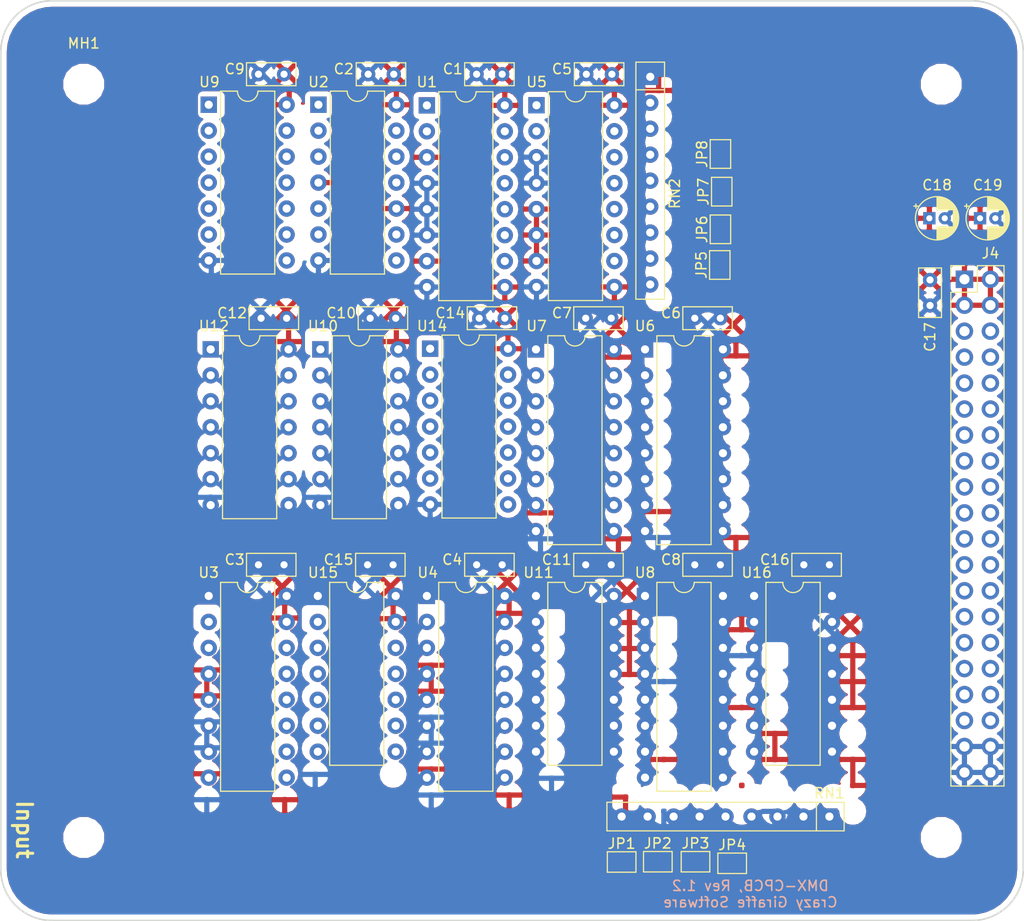
<source format=kicad_pcb>
(kicad_pcb (version 20171130) (host pcbnew "(5.0.0)")
  (title_block (title "DMX Demonstrator - Transmitter-Pro (DMX-TX4)") (date 2022-09-30) (rev 0.1) (company "Crazy Giraffe Software") (comment 2 "Designed by: SparkyBobo") (comment 3 "https://creativecommons.org/licenses/by-sa/4.0/ ") (comment 4 "Released under the Creative Commons Attribution Share-Alike 4.0 License"))
  (layers (0 F.Cu signal) (31 B.Cu signal) (34 B.Paste user) (35 F.Paste user) (36 B.SilkS user) (37 F.SilkS user) (38 B.Mask user) (39 F.Mask user) (44 Edge.Cuts user))
  (net 0 "")
  (net 1 +5V)
  (net 2 GND)
  (net 3 "Net-(J4-Pad26)")
  (net 4 "Net-(J4-Pad28)")
  (net 5 "Net-(J4-Pad29)")
  (net 6 "Net-(J4-Pad30)")
  (net 7 "Net-(J4-Pad31)")
  (net 8 "Net-(J4-Pad32)")
  (net 9 "Net-(J4-Pad33)")
  (net 10 "Net-(J4-Pad34)")
  (net 11 "Net-(J4-Pad35)")
  (net 12 "Net-(J4-Pad36)")
  (net 13 "Net-(U12-Pad3)")
  (net 14 /SAMPLE_LATCH)
  (net 15 /CLK_TX)
  (net 16 /~SAMPLE_RESET)
  (net 17 /~SHIFT_LOAD)
  (net 18 /CLK_FAST)
  (net 19 /CLK_SLOW)
  (net 20 /SAMPLE_SEL0)
  (net 21 /SAMPLE_SEL1)
  (net 22 "Net-(U16-Pad8)")
  (net 23 "Net-(U16-Pad6)")
  (net 24 /DATA_FIXED)
  (net 25 /SHIFT_TRANSMIT)
  (net 26 /~FRAME_RESET)
  (net 27 /reset/PB3)
  (net 28 "Net-(RN1-Pad3)")
  (net 29 /reset/PB2)
  (net 30 "Net-(RN1-Pad5)")
  (net 31 /reset/PB1)
  (net 32 "Net-(RN1-Pad7)")
  (net 33 /reset/PB0)
  (net 34 "Net-(RN1-Pad9)")
  (net 35 "Net-(RN2-Pad9)")
  (net 36 "Net-(RN2-Pad7)")
  (net 37 "Net-(RN2-Pad5)")
  (net 38 "Net-(RN2-Pad3)")
  (net 39 "Net-(U11-Pad8)")
  (net 40 /break/SAMPLE_ENABLE_OUT)
  (net 41 /sample/SA3)
  (net 42 /sample/SA2)
  (net 43 /sample/SA1)
  (net 44 /sample/SA0)
  (net 45 "Net-(U4-Pad15)")
  (net 46 /reset/SAMPLE_SEL_MAX)
  (net 47 "Net-(U5-Pad12)")
  (net 48 "Net-(U5-Pad11)")
  (net 49 "Net-(U11-Pad6)")
  (net 50 "Net-(U16-Pad3)")
  (net 51 "Net-(U6-Pad6)")
  (net 52 /reset/RC0)
  (net 53 /reset/RC3)
  (net 54 "Net-(U6-Pad3)")
  (net 55 "Net-(U6-Pad5)")
  (net 56 /reset/RC1)
  (net 57 /reset/RC2)
  (net 58 "Net-(U6-Pad4)")
  (net 59 /shift/DATA_BREAK_IN)
  (net 60 "Net-(U7-Pad11)")
  (net 61 "Net-(U7-Pad12)")
  (net 62 "Net-(U7-Pad13)")
  (net 63 "Net-(U7-Pad14)")
  (net 64 "Net-(U14-Pad3)")
  (net 65 "Net-(U6-Pad14)")
  (net 66 "Net-(U6-Pad13)")
  (net 67 "Net-(U6-Pad12)")
  (net 68 "Net-(U6-Pad11)")
  (net 69 "Net-(U1-Pad15)")
  (net 70 /break/B0)
  (net 71 /break/B1)
  (net 72 /break/B2)
  (net 73 /break/B3)
  (net 74 "Net-(U1-Pad10)")
  (net 75 "Net-(U10-Pad6)")
  (net 76 /shift/SHIFT_ENABLE_IN)
  (net 77 /shift/SH3)
  (net 78 /shift/SH2)
  (net 79 /shift/SH1)
  (net 80 /shift/SH0)
  (net 81 "Net-(U3-Pad15)")
  (net 82 "Net-(U10-Pad13)")
  (net 83 "Net-(U10-Pad2)")
  (net 84 "Net-(U10-Pad4)")
  (net 85 "Net-(U10-Pad1)")
  (net 86 "Net-(U10-Pad8)")
  (net 87 "Net-(U16-Pad11)")
  (net 88 "Net-(U2-Pad2)")
  (net 89 /break/B4)
  (net 90 "Net-(U2-Pad3)")
  (net 91 "Net-(U2-Pad8)")
  (net 92 /shift/DATA_MAB_IN)
  (net 93 "Net-(U11-Pad11)")
  (net 94 "Net-(U11-Pad9)")
  (net 95 /~SHIFT_ENABLE)
  (net 96 "Net-(U15-Pad10)")
  (net 97 "Net-(J4-Pad5)")
  (net 98 "Net-(J4-Pad6)")
  (net 99 "Net-(J4-Pad7)")
  (net 100 "Net-(J4-Pad9)")
  (net 101 "Net-(J4-Pad11)")
  (net 102 "Net-(J4-Pad13)")
  (net 103 "Net-(J4-Pad15)")
  (net 104 "Net-(J4-Pad17)")
  (net 105 "Net-(J4-Pad19)")
  (net 106 "Net-(J4-Pad23)")
  (module Capacitor_THT:C_Rect_L4.6mm_W2.0mm_P2.50mm_MKS02_FKP02 (layer F.Cu) (at 157.48 103.886 180)
    (fp_text reference C8 (at 4.826 0.508) (layer F.SilkS))
    (fp_text value .01uF)
    (pad 1 thru_hole circle (at 0 0 180) (size 1.4 1.4) (drill 0.7) (layers *.Cu *.Mask) (net 1 +5V))
    (pad 2 thru_hole circle (at 2.5 0 180) (size 1.4 1.4) (drill 0.7) (layers *.Cu *.Mask) (net 2 GND))
  )
  (module Capacitor_THT:CP_Radial_D4.0mm_P1.50mm (layer F.Cu) (at 182.88 69.977)
    (fp_text reference C19 (at 0.75 -3.25) (layer F.SilkS))
    (fp_text value CP1)
    (pad 2 thru_hole circle (at 1.5 0) (size 1.2 1.2) (drill 0.6) (layers *.Cu *.Mask) (net 2 GND))
    (pad 1 thru_hole rect (at 0 0) (size 1.2 1.2) (drill 0.6) (layers *.Cu *.Mask) (net 1 +5V))
  )
  (module Capacitor_THT:CP_Radial_D4.0mm_P1.50mm (layer F.Cu) (at 177.927 69.977)
    (fp_text reference C18 (at 0.75 -3.25) (layer F.SilkS))
    (fp_text value CP1)
    (pad 1 thru_hole rect (at 0 0) (size 1.2 1.2) (drill 0.6) (layers *.Cu *.Mask) (net 1 +5V))
    (pad 2 thru_hole circle (at 1.5 0) (size 1.2 1.2) (drill 0.6) (layers *.Cu *.Mask) (net 2 GND))
  )
  (module Jumper:SolderJumper-2_P1.3mm_Bridged_Pad1.0x1.5mm (layer F.Cu) (at 157.489749 71.054525 90)
    (fp_text reference JP6 (at 0 -1.8 90) (layer F.SilkS))
    (fp_text value PB1)
    (pad 1 smd custom (at -0.65 0 90) (size 1 1.5) (layers F.Cu F.Mask) (net 31 /reset/PB1) (options (clearance outline) (anchor rect)) (primitives (gr_poly (pts (xy 0.4 -0.3) (xy 0.9 -0.3) (xy 0.9 0.3) (xy 0.4 0.3)) (width 0))))
    (pad 2 smd rect (at 0.65 0 90) (size 1 1.5) (layers F.Cu F.Mask) (net 2 GND))
  )
  (module Jumper:SolderJumper-2_P1.3mm_Bridged_Pad1.0x1.5mm (layer F.Cu) (at 147.828 132.969)
    (fp_text reference JP1 (at 0 -1.8) (layer F.SilkS))
    (fp_text value RC0)
    (pad 2 smd rect (at 0.65 0) (size 1 1.5) (layers F.Cu F.Mask) (net 2 GND))
    (pad 1 smd custom (at -0.65 0) (size 1 1.5) (layers F.Cu F.Mask) (net 52 /reset/RC0) (options (clearance outline) (anchor rect)) (primitives (gr_poly (pts (xy 0.4 -0.3) (xy 0.9 -0.3) (xy 0.9 0.3) (xy 0.4 0.3)) (width 0))))
  )
  (module Jumper:SolderJumper-2_P1.3mm_Bridged_Pad1.0x1.5mm (layer F.Cu) (at 157.616749 67.371525 90)
    (fp_text reference JP7 (at 0 -1.8 90) (layer F.SilkS))
    (fp_text value PB2)
    (pad 1 smd custom (at -0.65 0 90) (size 1 1.5) (layers F.Cu F.Mask) (net 29 /reset/PB2) (options (clearance outline) (anchor rect)) (primitives (gr_poly (pts (xy 0.4 -0.3) (xy 0.9 -0.3) (xy 0.9 0.3) (xy 0.4 0.3)) (width 0))))
    (pad 2 smd rect (at 0.65 0 90) (size 1 1.5) (layers F.Cu F.Mask) (net 2 GND))
  )
  (module Jumper:SolderJumper-2_P1.3mm_Bridged_Pad1.0x1.5mm (layer F.Cu) (at 158.638 133.096)
    (fp_text reference JP4 (at 0 -1.8) (layer F.SilkS))
    (fp_text value RC3)
    (pad 2 smd rect (at 0.65 0) (size 1 1.5) (layers F.Cu F.Mask) (net 2 GND))
    (pad 1 smd custom (at -0.65 0) (size 1 1.5) (layers F.Cu F.Mask) (net 53 /reset/RC3) (options (clearance outline) (anchor rect)) (primitives (gr_poly (pts (xy 0.4 -0.3) (xy 0.9 -0.3) (xy 0.9 0.3) (xy 0.4 0.3)) (width 0))))
  )
  (module Jumper:SolderJumper-2_P1.3mm_Bridged_Pad1.0x1.5mm (layer F.Cu) (at 157.489749 63.688525 90)
    (fp_text reference JP8 (at 0 -1.8 90) (layer F.SilkS))
    (fp_text value PB3)
    (pad 1 smd custom (at -0.65 0 90) (size 1 1.5) (layers F.Cu F.Mask) (net 27 /reset/PB3) (options (clearance outline) (anchor rect)) (primitives (gr_poly (pts (xy 0.4 -0.3) (xy 0.9 -0.3) (xy 0.9 0.3) (xy 0.4 0.3)) (width 0))))
    (pad 2 smd rect (at 0.65 0 90) (size 1 1.5) (layers F.Cu F.Mask) (net 2 GND))
  )
  (module Jumper:SolderJumper-2_P1.3mm_Open_Pad1.0x1.5mm (layer F.Cu) (at 157.426249 74.547025 90)
    (fp_text reference JP5 (at 0 -1.8 90) (layer F.SilkS))
    (fp_text value PB0)
    (pad 2 smd rect (at 0.65 0 90) (size 1 1.5) (layers F.Cu F.Mask) (net 2 GND))
    (pad 1 smd rect (at -0.65 0 90) (size 1 1.5) (layers F.Cu F.Mask) (net 33 /reset/PB0))
  )
  (module Jumper:SolderJumper-2_P1.3mm_Open_Pad1.0x1.5mm (layer F.Cu) (at 155.052 132.943001)
    (fp_text reference JP3 (at 0 -1.8) (layer F.SilkS))
    (fp_text value RC2)
    (pad 1 smd rect (at -0.65 0) (size 1 1.5) (layers F.Cu F.Mask) (net 57 /reset/RC2))
    (pad 2 smd rect (at 0.65 0) (size 1 1.5) (layers F.Cu F.Mask) (net 2 GND))
  )
  (module Jumper:SolderJumper-2_P1.3mm_Open_Pad1.0x1.5mm (layer F.Cu) (at 151.366001 132.943001)
    (fp_text reference JP2 (at 0 -1.8) (layer F.SilkS))
    (fp_text value RC1)
    (pad 2 smd rect (at 0.65 0) (size 1 1.5) (layers F.Cu F.Mask) (net 2 GND))
    (pad 1 smd rect (at -0.65 0) (size 1 1.5) (layers F.Cu F.Mask) (net 56 /reset/RC1))
  )
  (module Package_DIP:DIP-14_W7.62mm (layer F.Cu) (at 118.364 82.804)
    (fp_text reference U10 (at 0.254 -2.286) (layer F.SilkS))
    (fp_text value 74LS08)
    (pad 1 thru_hole rect (at 0 0) (size 1.6 1.6) (drill 0.8) (layers *.Cu *.Mask) (net 85 "Net-(U10-Pad1)"))
    (pad 8 thru_hole oval (at 7.62 15.24) (size 1.6 1.6) (drill 0.8) (layers *.Cu *.Mask) (net 86 "Net-(U10-Pad8)"))
    (pad 2 thru_hole oval (at 0 2.54) (size 1.6 1.6) (drill 0.8) (layers *.Cu *.Mask) (net 83 "Net-(U10-Pad2)"))
    (pad 9 thru_hole oval (at 7.62 12.7) (size 1.6 1.6) (drill 0.8) (layers *.Cu *.Mask) (net 78 /shift/SH2))
    (pad 3 thru_hole oval (at 0 5.08) (size 1.6 1.6) (drill 0.8) (layers *.Cu *.Mask) (net 76 /shift/SHIFT_ENABLE_IN))
    (pad 10 thru_hole oval (at 7.62 10.16) (size 1.6 1.6) (drill 0.8) (layers *.Cu *.Mask) (net 77 /shift/SH3))
    (pad 4 thru_hole oval (at 0 7.62) (size 1.6 1.6) (drill 0.8) (layers *.Cu *.Mask) (net 84 "Net-(U10-Pad4)"))
    (pad 11 thru_hole oval (at 7.62 7.62) (size 1.6 1.6) (drill 0.8) (layers *.Cu *.Mask) (net 25 /SHIFT_TRANSMIT))
    (pad 5 thru_hole oval (at 0 10.16) (size 1.6 1.6) (drill 0.8) (layers *.Cu *.Mask) (net 26 /~FRAME_RESET))
    (pad 12 thru_hole oval (at 7.62 5.08) (size 1.6 1.6) (drill 0.8) (layers *.Cu *.Mask) (net 17 /~SHIFT_LOAD))
    (pad 6 thru_hole oval (at 0 12.7) (size 1.6 1.6) (drill 0.8) (layers *.Cu *.Mask) (net 75 "Net-(U10-Pad6)"))
    (pad 13 thru_hole oval (at 7.62 2.54) (size 1.6 1.6) (drill 0.8) (layers *.Cu *.Mask) (net 82 "Net-(U10-Pad13)"))
    (pad 7 thru_hole oval (at 0 15.24) (size 1.6 1.6) (drill 0.8) (layers *.Cu *.Mask) (net 2 GND))
    (pad 14 thru_hole oval (at 7.62 0) (size 1.6 1.6) (drill 0.8) (layers *.Cu *.Mask) (net 1 +5V))
  )
  (module Package_DIP:DIP-14_W7.62mm (layer F.Cu) (at 139.446 106.934)
    (fp_text reference U11 (at 0.254 -2.286) (layer F.SilkS))
    (fp_text value 74LS08)
    (pad 14 thru_hole oval (at 7.62 0) (size 1.6 1.6) (drill 0.8) (layers *.Cu *.Mask) (net 1 +5V))
    (pad 7 thru_hole oval (at 0 15.24) (size 1.6 1.6) (drill 0.8) (layers *.Cu *.Mask) (net 2 GND))
    (pad 13 thru_hole oval (at 7.62 2.54) (size 1.6 1.6) (drill 0.8) (layers *.Cu *.Mask) (net 1 +5V))
    (pad 6 thru_hole oval (at 0 12.7) (size 1.6 1.6) (drill 0.8) (layers *.Cu *.Mask) (net 49 "Net-(U11-Pad6)"))
    (pad 12 thru_hole oval (at 7.62 5.08) (size 1.6 1.6) (drill 0.8) (layers *.Cu *.Mask) (net 1 +5V))
    (pad 5 thru_hole oval (at 0 10.16) (size 1.6 1.6) (drill 0.8) (layers *.Cu *.Mask) (net 43 /sample/SA1))
    (pad 11 thru_hole oval (at 7.62 7.62) (size 1.6 1.6) (drill 0.8) (layers *.Cu *.Mask) (net 93 "Net-(U11-Pad11)"))
    (pad 4 thru_hole oval (at 0 7.62) (size 1.6 1.6) (drill 0.8) (layers *.Cu *.Mask) (net 14 /SAMPLE_LATCH))
    (pad 10 thru_hole oval (at 7.62 10.16) (size 1.6 1.6) (drill 0.8) (layers *.Cu *.Mask) (net 26 /~FRAME_RESET))
    (pad 3 thru_hole oval (at 0 5.08) (size 1.6 1.6) (drill 0.8) (layers *.Cu *.Mask) (net 14 /SAMPLE_LATCH))
    (pad 9 thru_hole oval (at 7.62 12.7) (size 1.6 1.6) (drill 0.8) (layers *.Cu *.Mask) (net 94 "Net-(U11-Pad9)"))
    (pad 2 thru_hole oval (at 0 2.54) (size 1.6 1.6) (drill 0.8) (layers *.Cu *.Mask) (net 41 /sample/SA3))
    (pad 8 thru_hole oval (at 7.62 15.24) (size 1.6 1.6) (drill 0.8) (layers *.Cu *.Mask) (net 39 "Net-(U11-Pad8)"))
    (pad 1 thru_hole rect (at 0 0) (size 1.6 1.6) (drill 0.8) (layers *.Cu *.Mask) (net 42 /sample/SA2))
  )
  (module Package_DIP:DIP-14_W7.62mm (layer F.Cu) (at 107.442 58.8645)
    (fp_text reference U9 (at 0.0635 -2.2225) (layer F.SilkS))
    (fp_text value 74LS08)
    (pad 1 thru_hole rect (at 0 0) (size 1.6 1.6) (drill 0.8) (layers *.Cu *.Mask) (net 69 "Net-(U1-Pad15)"))
    (pad 8 thru_hole oval (at 7.62 15.24) (size 1.6 1.6) (drill 0.8) (layers *.Cu *.Mask) (net 85 "Net-(U10-Pad1)"))
    (pad 2 thru_hole oval (at 0 2.54) (size 1.6 1.6) (drill 0.8) (layers *.Cu *.Mask) (net 15 /CLK_TX))
    (pad 9 thru_hole oval (at 7.62 12.7) (size 1.6 1.6) (drill 0.8) (layers *.Cu *.Mask) (net 73 /break/B3))
    (pad 3 thru_hole oval (at 0 5.08) (size 1.6 1.6) (drill 0.8) (layers *.Cu *.Mask) (net 90 "Net-(U2-Pad3)"))
    (pad 10 thru_hole oval (at 7.62 10.16) (size 1.6 1.6) (drill 0.8) (layers *.Cu *.Mask) (net 89 /break/B4))
    (pad 4 thru_hole oval (at 0 7.62) (size 1.6 1.6) (drill 0.8) (layers *.Cu *.Mask) (net 13 "Net-(U12-Pad3)"))
    (pad 11 thru_hole oval (at 7.62 7.62) (size 1.6 1.6) (drill 0.8) (layers *.Cu *.Mask) (net 83 "Net-(U10-Pad2)"))
    (pad 5 thru_hole oval (at 0 10.16) (size 1.6 1.6) (drill 0.8) (layers *.Cu *.Mask) (net 85 "Net-(U10-Pad1)"))
    (pad 12 thru_hole oval (at 7.62 5.08) (size 1.6 1.6) (drill 0.8) (layers *.Cu *.Mask) (net 70 /break/B0))
    (pad 6 thru_hole oval (at 0 12.7) (size 1.6 1.6) (drill 0.8) (layers *.Cu *.Mask) (net 92 /shift/DATA_MAB_IN))
    (pad 13 thru_hole oval (at 7.62 2.54) (size 1.6 1.6) (drill 0.8) (layers *.Cu *.Mask) (net 71 /break/B1))
    (pad 7 thru_hole oval (at 0 15.24) (size 1.6 1.6) (drill 0.8) (layers *.Cu *.Mask) (net 2 GND))
    (pad 14 thru_hole oval (at 7.62 0) (size 1.6 1.6) (drill 0.8) (layers *.Cu *.Mask) (net 1 +5V))
  )
  (module Package_DIP:DIP-14_W7.62mm (layer F.Cu) (at 118.1735 58.8645)
    (fp_text reference U2 (at 0 -2.2225) (layer F.SilkS))
    (fp_text value 74LS74)
    (pad 14 thru_hole oval (at 7.62 0) (size 1.6 1.6) (drill 0.8) (layers *.Cu *.Mask) (net 1 +5V))
    (pad 7 thru_hole oval (at 0 15.24) (size 1.6 1.6) (drill 0.8) (layers *.Cu *.Mask) (net 2 GND))
    (pad 13 thru_hole oval (at 7.62 2.54) (size 1.6 1.6) (drill 0.8) (layers *.Cu *.Mask) (net 26 /~FRAME_RESET))
    (pad 6 thru_hole oval (at 0 12.7) (size 1.6 1.6) (drill 0.8) (layers *.Cu *.Mask) (net 88 "Net-(U2-Pad2)"))
    (pad 12 thru_hole oval (at 7.62 5.08) (size 1.6 1.6) (drill 0.8) (layers *.Cu *.Mask) (net 76 /shift/SHIFT_ENABLE_IN))
    (pad 5 thru_hole oval (at 0 10.16) (size 1.6 1.6) (drill 0.8) (layers *.Cu *.Mask) (net 89 /break/B4))
    (pad 11 thru_hole oval (at 7.62 7.62) (size 1.6 1.6) (drill 0.8) (layers *.Cu *.Mask) (net 15 /CLK_TX))
    (pad 4 thru_hole oval (at 0 7.62) (size 1.6 1.6) (drill 0.8) (layers *.Cu *.Mask) (net 1 +5V))
    (pad 10 thru_hole oval (at 7.62 10.16) (size 1.6 1.6) (drill 0.8) (layers *.Cu *.Mask) (net 1 +5V))
    (pad 3 thru_hole oval (at 0 5.08) (size 1.6 1.6) (drill 0.8) (layers *.Cu *.Mask) (net 90 "Net-(U2-Pad3)"))
    (pad 9 thru_hole oval (at 7.62 12.7) (size 1.6 1.6) (drill 0.8) (layers *.Cu *.Mask) (net 40 /break/SAMPLE_ENABLE_OUT))
    (pad 2 thru_hole oval (at 0 2.54) (size 1.6 1.6) (drill 0.8) (layers *.Cu *.Mask) (net 88 "Net-(U2-Pad2)"))
    (pad 8 thru_hole oval (at 7.62 15.24) (size 1.6 1.6) (drill 0.8) (layers *.Cu *.Mask) (net 91 "Net-(U2-Pad8)"))
    (pad 1 thru_hole rect (at 0 0) (size 1.6 1.6) (drill 0.8) (layers *.Cu *.Mask) (net 26 /~FRAME_RESET))
  )
  (module Package_DIP:DIP-14_W7.62mm (layer F.Cu) (at 107.6325 82.804)
    (fp_text reference U12 (at 0.3175 -2.286) (layer F.SilkS))
    (fp_text value 74LS00)
    (pad 1 thru_hole rect (at 0 0) (size 1.6 1.6) (drill 0.8) (layers *.Cu *.Mask) (net 70 /break/B0))
    (pad 8 thru_hole oval (at 7.62 15.24) (size 1.6 1.6) (drill 0.8) (layers *.Cu *.Mask) (net 82 "Net-(U10-Pad13)"))
    (pad 2 thru_hole oval (at 0 2.54) (size 1.6 1.6) (drill 0.8) (layers *.Cu *.Mask) (net 71 /break/B1))
    (pad 9 thru_hole oval (at 7.62 12.7) (size 1.6 1.6) (drill 0.8) (layers *.Cu *.Mask) (net 78 /shift/SH2))
    (pad 3 thru_hole oval (at 0 5.08) (size 1.6 1.6) (drill 0.8) (layers *.Cu *.Mask) (net 13 "Net-(U12-Pad3)"))
    (pad 10 thru_hole oval (at 7.62 10.16) (size 1.6 1.6) (drill 0.8) (layers *.Cu *.Mask) (net 77 /shift/SH3))
    (pad 4 thru_hole oval (at 0 7.62) (size 1.6 1.6) (drill 0.8) (layers *.Cu *.Mask) (net 83 "Net-(U10-Pad2)"))
    (pad 11 thru_hole oval (at 7.62 7.62) (size 1.6 1.6) (drill 0.8) (layers *.Cu *.Mask) (net 84 "Net-(U10-Pad4)"))
    (pad 5 thru_hole oval (at 0 10.16) (size 1.6 1.6) (drill 0.8) (layers *.Cu *.Mask) (net 85 "Net-(U10-Pad1)"))
    (pad 12 thru_hole oval (at 7.62 5.08) (size 1.6 1.6) (drill 0.8) (layers *.Cu *.Mask) (net 86 "Net-(U10-Pad8)"))
    (pad 6 thru_hole oval (at 0 12.7) (size 1.6 1.6) (drill 0.8) (layers *.Cu *.Mask) (net 74 "Net-(U1-Pad10)"))
    (pad 13 thru_hole oval (at 7.62 2.54) (size 1.6 1.6) (drill 0.8) (layers *.Cu *.Mask) (net 79 /shift/SH1))
    (pad 7 thru_hole oval (at 0 15.24) (size 1.6 1.6) (drill 0.8) (layers *.Cu *.Mask) (net 2 GND))
    (pad 14 thru_hole oval (at 7.62 0) (size 1.6 1.6) (drill 0.8) (layers *.Cu *.Mask) (net 1 +5V))
  )
  (module Package_DIP:DIP-16_W7.62mm (layer F.Cu) (at 107.442 106.934)
    (fp_text reference U3 (at 0 -2.286) (layer F.SilkS))
    (fp_text value 74LS162)
    (pad 1 thru_hole rect (at 0 0) (size 1.6 1.6) (drill 0.8) (layers *.Cu *.Mask) (net 75 "Net-(U10-Pad6)"))
    (pad 9 thru_hole oval (at 7.62 17.78) (size 1.6 1.6) (drill 0.8) (layers *.Cu *.Mask) (net 1 +5V))
    (pad 2 thru_hole oval (at 0 2.54) (size 1.6 1.6) (drill 0.8) (layers *.Cu *.Mask) (net 15 /CLK_TX))
    (pad 10 thru_hole oval (at 7.62 15.24) (size 1.6 1.6) (drill 0.8) (layers *.Cu *.Mask) (net 76 /shift/SHIFT_ENABLE_IN))
    (pad 3 thru_hole oval (at 0 5.08) (size 1.6 1.6) (drill 0.8) (layers *.Cu *.Mask) (net 1 +5V))
    (pad 11 thru_hole oval (at 7.62 12.7) (size 1.6 1.6) (drill 0.8) (layers *.Cu *.Mask) (net 77 /shift/SH3))
    (pad 4 thru_hole oval (at 0 7.62) (size 1.6 1.6) (drill 0.8) (layers *.Cu *.Mask) (net 1 +5V))
    (pad 12 thru_hole oval (at 7.62 10.16) (size 1.6 1.6) (drill 0.8) (layers *.Cu *.Mask) (net 78 /shift/SH2))
    (pad 5 thru_hole oval (at 0 10.16) (size 1.6 1.6) (drill 0.8) (layers *.Cu *.Mask) (net 2 GND))
    (pad 13 thru_hole oval (at 7.62 7.62) (size 1.6 1.6) (drill 0.8) (layers *.Cu *.Mask) (net 79 /shift/SH1))
    (pad 6 thru_hole oval (at 0 12.7) (size 1.6 1.6) (drill 0.8) (layers *.Cu *.Mask) (net 2 GND))
    (pad 14 thru_hole oval (at 7.62 5.08) (size 1.6 1.6) (drill 0.8) (layers *.Cu *.Mask) (net 80 /shift/SH0))
    (pad 7 thru_hole oval (at 0 15.24) (size 1.6 1.6) (drill 0.8) (layers *.Cu *.Mask) (net 1 +5V))
    (pad 15 thru_hole oval (at 7.62 2.54) (size 1.6 1.6) (drill 0.8) (layers *.Cu *.Mask) (net 81 "Net-(U3-Pad15)"))
    (pad 8 thru_hole oval (at 0 17.78) (size 1.6 1.6) (drill 0.8) (layers *.Cu *.Mask) (net 2 GND))
    (pad 16 thru_hole oval (at 7.62 0) (size 1.6 1.6) (drill 0.8) (layers *.Cu *.Mask) (net 1 +5V))
  )
  (module Package_DIP:DIP-16_W7.62mm (layer F.Cu) (at 128.778 58.928)
    (fp_text reference U1 (at 0 -2.286) (layer F.SilkS))
    (fp_text value 74LS163)
    (pad 16 thru_hole oval (at 7.62 0) (size 1.6 1.6) (drill 0.8) (layers *.Cu *.Mask) (net 1 +5V))
    (pad 8 thru_hole oval (at 0 17.78) (size 1.6 1.6) (drill 0.8) (layers *.Cu *.Mask) (net 2 GND))
    (pad 15 thru_hole oval (at 7.62 2.54) (size 1.6 1.6) (drill 0.8) (layers *.Cu *.Mask) (net 69 "Net-(U1-Pad15)"))
    (pad 7 thru_hole oval (at 0 15.24) (size 1.6 1.6) (drill 0.8) (layers *.Cu *.Mask) (net 1 +5V))
    (pad 14 thru_hole oval (at 7.62 5.08) (size 1.6 1.6) (drill 0.8) (layers *.Cu *.Mask) (net 70 /break/B0))
    (pad 6 thru_hole oval (at 0 12.7) (size 1.6 1.6) (drill 0.8) (layers *.Cu *.Mask) (net 2 GND))
    (pad 13 thru_hole oval (at 7.62 7.62) (size 1.6 1.6) (drill 0.8) (layers *.Cu *.Mask) (net 71 /break/B1))
    (pad 5 thru_hole oval (at 0 10.16) (size 1.6 1.6) (drill 0.8) (layers *.Cu *.Mask) (net 2 GND))
    (pad 12 thru_hole oval (at 7.62 10.16) (size 1.6 1.6) (drill 0.8) (layers *.Cu *.Mask) (net 72 /break/B2))
    (pad 4 thru_hole oval (at 0 7.62) (size 1.6 1.6) (drill 0.8) (layers *.Cu *.Mask) (net 2 GND))
    (pad 11 thru_hole oval (at 7.62 12.7) (size 1.6 1.6) (drill 0.8) (layers *.Cu *.Mask) (net 73 /break/B3))
    (pad 3 thru_hole oval (at 0 5.08) (size 1.6 1.6) (drill 0.8) (layers *.Cu *.Mask) (net 1 +5V))
    (pad 10 thru_hole oval (at 7.62 15.24) (size 1.6 1.6) (drill 0.8) (layers *.Cu *.Mask) (net 74 "Net-(U1-Pad10)"))
    (pad 2 thru_hole oval (at 0 2.54) (size 1.6 1.6) (drill 0.8) (layers *.Cu *.Mask) (net 15 /CLK_TX))
    (pad 9 thru_hole oval (at 7.62 17.78) (size 1.6 1.6) (drill 0.8) (layers *.Cu *.Mask) (net 1 +5V))
    (pad 1 thru_hole rect (at 0 0) (size 1.6 1.6) (drill 0.8) (layers *.Cu *.Mask) (net 26 /~FRAME_RESET))
  )
  (module Package_DIP:DIP-16_W7.62mm (layer F.Cu) (at 139.446 82.804)
    (fp_text reference U7 (at 0.0635 -2.286) (layer F.SilkS))
    (fp_text value 74LS161)
    (pad 1 thru_hole rect (at 0 0) (size 1.6 1.6) (drill 0.8) (layers *.Cu *.Mask) (net 26 /~FRAME_RESET))
    (pad 9 thru_hole oval (at 7.62 17.78) (size 1.6 1.6) (drill 0.8) (layers *.Cu *.Mask) (net 1 +5V))
    (pad 2 thru_hole oval (at 0 2.54) (size 1.6 1.6) (drill 0.8) (layers *.Cu *.Mask) (net 15 /CLK_TX))
    (pad 10 thru_hole oval (at 7.62 15.24) (size 1.6 1.6) (drill 0.8) (layers *.Cu *.Mask) (net 59 /shift/DATA_BREAK_IN))
    (pad 3 thru_hole oval (at 0 5.08) (size 1.6 1.6) (drill 0.8) (layers *.Cu *.Mask) (net 33 /reset/PB0))
    (pad 11 thru_hole oval (at 7.62 12.7) (size 1.6 1.6) (drill 0.8) (layers *.Cu *.Mask) (net 60 "Net-(U7-Pad11)"))
    (pad 4 thru_hole oval (at 0 7.62) (size 1.6 1.6) (drill 0.8) (layers *.Cu *.Mask) (net 31 /reset/PB1))
    (pad 12 thru_hole oval (at 7.62 10.16) (size 1.6 1.6) (drill 0.8) (layers *.Cu *.Mask) (net 61 "Net-(U7-Pad12)"))
    (pad 5 thru_hole oval (at 0 10.16) (size 1.6 1.6) (drill 0.8) (layers *.Cu *.Mask) (net 29 /reset/PB2))
    (pad 13 thru_hole oval (at 7.62 7.62) (size 1.6 1.6) (drill 0.8) (layers *.Cu *.Mask) (net 62 "Net-(U7-Pad13)"))
    (pad 6 thru_hole oval (at 0 12.7) (size 1.6 1.6) (drill 0.8) (layers *.Cu *.Mask) (net 27 /reset/PB3))
    (pad 14 thru_hole oval (at 7.62 5.08) (size 1.6 1.6) (drill 0.8) (layers *.Cu *.Mask) (net 63 "Net-(U7-Pad14)"))
    (pad 7 thru_hole oval (at 0 15.24) (size 1.6 1.6) (drill 0.8) (layers *.Cu *.Mask) (net 1 +5V))
    (pad 15 thru_hole oval (at 7.62 2.54) (size 1.6 1.6) (drill 0.8) (layers *.Cu *.Mask) (net 64 "Net-(U14-Pad3)"))
    (pad 8 thru_hole oval (at 0 17.78) (size 1.6 1.6) (drill 0.8) (layers *.Cu *.Mask) (net 2 GND))
    (pad 16 thru_hole oval (at 7.62 0) (size 1.6 1.6) (drill 0.8) (layers *.Cu *.Mask) (net 1 +5V))
  )
  (module Package_DIP:DIP-16_W7.62mm (layer F.Cu) (at 139.499001 58.915501)
    (fp_text reference U5 (at 0.010499 -2.273501) (layer F.SilkS))
    (fp_text value 74LS163)
    (pad 16 thru_hole oval (at 7.62 0) (size 1.6 1.6) (drill 0.8) (layers *.Cu *.Mask) (net 1 +5V))
    (pad 8 thru_hole oval (at 0 17.78) (size 1.6 1.6) (drill 0.8) (layers *.Cu *.Mask) (net 2 GND))
    (pad 15 thru_hole oval (at 7.62 2.54) (size 1.6 1.6) (drill 0.8) (layers *.Cu *.Mask) (net 46 /reset/SAMPLE_SEL_MAX))
    (pad 7 thru_hole oval (at 0 15.24) (size 1.6 1.6) (drill 0.8) (layers *.Cu *.Mask) (net 1 +5V))
    (pad 14 thru_hole oval (at 7.62 5.08) (size 1.6 1.6) (drill 0.8) (layers *.Cu *.Mask) (net 21 /SAMPLE_SEL1))
    (pad 6 thru_hole oval (at 0 12.7) (size 1.6 1.6) (drill 0.8) (layers *.Cu *.Mask) (net 1 +5V))
    (pad 13 thru_hole oval (at 7.62 7.62) (size 1.6 1.6) (drill 0.8) (layers *.Cu *.Mask) (net 20 /SAMPLE_SEL0))
    (pad 5 thru_hole oval (at 0 10.16) (size 1.6 1.6) (drill 0.8) (layers *.Cu *.Mask) (net 1 +5V))
    (pad 12 thru_hole oval (at 7.62 10.16) (size 1.6 1.6) (drill 0.8) (layers *.Cu *.Mask) (net 47 "Net-(U5-Pad12)"))
    (pad 4 thru_hole oval (at 0 7.62) (size 1.6 1.6) (drill 0.8) (layers *.Cu *.Mask) (net 2 GND))
    (pad 11 thru_hole oval (at 7.62 12.7) (size 1.6 1.6) (drill 0.8) (layers *.Cu *.Mask) (net 48 "Net-(U5-Pad11)"))
    (pad 3 thru_hole oval (at 0 5.08) (size 1.6 1.6) (drill 0.8) (layers *.Cu *.Mask) (net 2 GND))
    (pad 10 thru_hole oval (at 7.62 15.24) (size 1.6 1.6) (drill 0.8) (layers *.Cu *.Mask) (net 49 "Net-(U11-Pad6)"))
    (pad 2 thru_hole oval (at 0 2.54) (size 1.6 1.6) (drill 0.8) (layers *.Cu *.Mask) (net 15 /CLK_TX))
    (pad 9 thru_hole oval (at 7.62 17.78) (size 1.6 1.6) (drill 0.8) (layers *.Cu *.Mask) (net 1 +5V))
    (pad 1 thru_hole rect (at 0 0) (size 1.6 1.6) (drill 0.8) (layers *.Cu *.Mask) (net 26 /~FRAME_RESET))
  )
  (module Package_DIP:DIP-16_W7.62mm (layer F.Cu) (at 128.778 106.934)
    (fp_text reference U4 (at 0.081499 -2.286) (layer F.SilkS))
    (fp_text value 74LS163)
    (pad 1 thru_hole rect (at 0 0) (size 1.6 1.6) (drill 0.8) (layers *.Cu *.Mask) (net 39 "Net-(U11-Pad8)"))
    (pad 9 thru_hole oval (at 7.62 17.78) (size 1.6 1.6) (drill 0.8) (layers *.Cu *.Mask) (net 1 +5V))
    (pad 2 thru_hole oval (at 0 2.54) (size 1.6 1.6) (drill 0.8) (layers *.Cu *.Mask) (net 15 /CLK_TX))
    (pad 10 thru_hole oval (at 7.62 15.24) (size 1.6 1.6) (drill 0.8) (layers *.Cu *.Mask) (net 40 /break/SAMPLE_ENABLE_OUT))
    (pad 3 thru_hole oval (at 0 5.08) (size 1.6 1.6) (drill 0.8) (layers *.Cu *.Mask) (net 1 +5V))
    (pad 11 thru_hole oval (at 7.62 12.7) (size 1.6 1.6) (drill 0.8) (layers *.Cu *.Mask) (net 41 /sample/SA3))
    (pad 4 thru_hole oval (at 0 7.62) (size 1.6 1.6) (drill 0.8) (layers *.Cu *.Mask) (net 1 +5V))
    (pad 12 thru_hole oval (at 7.62 10.16) (size 1.6 1.6) (drill 0.8) (layers *.Cu *.Mask) (net 42 /sample/SA2))
    (pad 5 thru_hole oval (at 0 10.16) (size 1.6 1.6) (drill 0.8) (layers *.Cu *.Mask) (net 2 GND))
    (pad 13 thru_hole oval (at 7.62 7.62) (size 1.6 1.6) (drill 0.8) (layers *.Cu *.Mask) (net 43 /sample/SA1))
    (pad 6 thru_hole oval (at 0 12.7) (size 1.6 1.6) (drill 0.8) (layers *.Cu *.Mask) (net 2 GND))
    (pad 14 thru_hole oval (at 7.62 5.08) (size 1.6 1.6) (drill 0.8) (layers *.Cu *.Mask) (net 44 /sample/SA0))
    (pad 7 thru_hole oval (at 0 15.24) (size 1.6 1.6) (drill 0.8) (layers *.Cu *.Mask) (net 1 +5V))
    (pad 15 thru_hole oval (at 7.62 2.54) (size 1.6 1.6) (drill 0.8) (layers *.Cu *.Mask) (net 45 "Net-(U4-Pad15)"))
    (pad 8 thru_hole oval (at 0 17.78) (size 1.6 1.6) (drill 0.8) (layers *.Cu *.Mask) (net 2 GND))
    (pad 16 thru_hole oval (at 7.62 0) (size 1.6 1.6) (drill 0.8) (layers *.Cu *.Mask) (net 1 +5V))
  )
  (module Resistor_THT:R_Array_SIP9 (layer F.Cu) (at 150.622 56.134 270)
    (fp_text reference RN2 (at 11.43 -2.4 270) (layer F.SilkS))
    (fp_text value 10k)
    (pad 9 thru_hole oval (at 20.32 0 270) (size 1.6 1.6) (drill 0.8) (layers *.Cu *.Mask) (net 35 "Net-(RN2-Pad9)"))
    (pad 8 thru_hole oval (at 17.78 0 270) (size 1.6 1.6) (drill 0.8) (layers *.Cu *.Mask) (net 33 /reset/PB0))
    (pad 7 thru_hole oval (at 15.24 0 270) (size 1.6 1.6) (drill 0.8) (layers *.Cu *.Mask) (net 36 "Net-(RN2-Pad7)"))
    (pad 6 thru_hole oval (at 12.7 0 270) (size 1.6 1.6) (drill 0.8) (layers *.Cu *.Mask) (net 31 /reset/PB1))
    (pad 5 thru_hole oval (at 10.16 0 270) (size 1.6 1.6) (drill 0.8) (layers *.Cu *.Mask) (net 37 "Net-(RN2-Pad5)"))
    (pad 4 thru_hole oval (at 7.62 0 270) (size 1.6 1.6) (drill 0.8) (layers *.Cu *.Mask) (net 29 /reset/PB2))
    (pad 3 thru_hole oval (at 5.08 0 270) (size 1.6 1.6) (drill 0.8) (layers *.Cu *.Mask) (net 38 "Net-(RN2-Pad3)"))
    (pad 2 thru_hole oval (at 2.54 0 270) (size 1.6 1.6) (drill 0.8) (layers *.Cu *.Mask) (net 27 /reset/PB3))
    (pad 1 thru_hole rect (at 0 0 270) (size 1.6 1.6) (drill 0.8) (layers *.Cu *.Mask) (net 1 +5V))
  )
  (module Resistor_THT:R_Array_SIP9 (layer F.Cu) (at 168.148 128.524 180)
    (fp_text reference RN1 (at 0 2.286) (layer F.SilkS))
    (fp_text value 10k)
    (pad 1 thru_hole rect (at 0 0 180) (size 1.6 1.6) (drill 0.8) (layers *.Cu *.Mask) (net 1 +5V))
    (pad 2 thru_hole oval (at 2.54 0 180) (size 1.6 1.6) (drill 0.8) (layers *.Cu *.Mask) (net 53 /reset/RC3))
    (pad 3 thru_hole oval (at 5.08 0 180) (size 1.6 1.6) (drill 0.8) (layers *.Cu *.Mask) (net 28 "Net-(RN1-Pad3)"))
    (pad 4 thru_hole oval (at 7.62 0 180) (size 1.6 1.6) (drill 0.8) (layers *.Cu *.Mask) (net 57 /reset/RC2))
    (pad 5 thru_hole oval (at 10.16 0 180) (size 1.6 1.6) (drill 0.8) (layers *.Cu *.Mask) (net 30 "Net-(RN1-Pad5)"))
    (pad 6 thru_hole oval (at 12.7 0 180) (size 1.6 1.6) (drill 0.8) (layers *.Cu *.Mask) (net 56 /reset/RC1))
    (pad 7 thru_hole oval (at 15.24 0 180) (size 1.6 1.6) (drill 0.8) (layers *.Cu *.Mask) (net 32 "Net-(RN1-Pad7)"))
    (pad 8 thru_hole oval (at 17.78 0 180) (size 1.6 1.6) (drill 0.8) (layers *.Cu *.Mask) (net 52 /reset/RC0))
    (pad 9 thru_hole oval (at 20.32 0 180) (size 1.6 1.6) (drill 0.8) (layers *.Cu *.Mask) (net 34 "Net-(RN1-Pad9)"))
  )
  (module Package_DIP:DIP-14_W7.62mm (layer F.Cu) (at 160.782 106.934)
    (fp_text reference U16 (at 0.254 -2.286) (layer F.SilkS))
    (fp_text value 74LS32)
    (pad 1 thru_hole rect (at 0 0) (size 1.6 1.6) (drill 0.8) (layers *.Cu *.Mask) (net 18 /CLK_FAST))
    (pad 8 thru_hole oval (at 7.62 15.24) (size 1.6 1.6) (drill 0.8) (layers *.Cu *.Mask) (net 22 "Net-(U16-Pad8)"))
    (pad 2 thru_hole oval (at 0 2.54) (size 1.6 1.6) (drill 0.8) (layers *.Cu *.Mask) (net 19 /CLK_SLOW))
    (pad 9 thru_hole oval (at 7.62 12.7) (size 1.6 1.6) (drill 0.8) (layers *.Cu *.Mask) (net 1 +5V))
    (pad 3 thru_hole oval (at 0 5.08) (size 1.6 1.6) (drill 0.8) (layers *.Cu *.Mask) (net 50 "Net-(U16-Pad3)"))
    (pad 10 thru_hole oval (at 7.62 10.16) (size 1.6 1.6) (drill 0.8) (layers *.Cu *.Mask) (net 1 +5V))
    (pad 4 thru_hole oval (at 0 7.62) (size 1.6 1.6) (drill 0.8) (layers *.Cu *.Mask) (net 1 +5V))
    (pad 11 thru_hole oval (at 7.62 7.62) (size 1.6 1.6) (drill 0.8) (layers *.Cu *.Mask) (net 87 "Net-(U16-Pad11)"))
    (pad 5 thru_hole oval (at 0 10.16) (size 1.6 1.6) (drill 0.8) (layers *.Cu *.Mask) (net 1 +5V))
    (pad 12 thru_hole oval (at 7.62 5.08) (size 1.6 1.6) (drill 0.8) (layers *.Cu *.Mask) (net 1 +5V))
    (pad 6 thru_hole oval (at 0 12.7) (size 1.6 1.6) (drill 0.8) (layers *.Cu *.Mask) (net 23 "Net-(U16-Pad6)"))
    (pad 13 thru_hole oval (at 7.62 2.54) (size 1.6 1.6) (drill 0.8) (layers *.Cu *.Mask) (net 1 +5V))
    (pad 7 thru_hole oval (at 0 15.24) (size 1.6 1.6) (drill 0.8) (layers *.Cu *.Mask) (net 2 GND))
    (pad 14 thru_hole oval (at 7.62 0) (size 1.6 1.6) (drill 0.8) (layers *.Cu *.Mask) (net 1 +5V))
  )
  (module Package_DIP:DIP-14_W7.62mm (layer F.Cu) (at 129.0955 82.7405)
    (fp_text reference U14 (at 0.1905 -2.2225) (layer F.SilkS))
    (fp_text value 74LS10)
    (pad 1 thru_hole rect (at 0 0) (size 1.6 1.6) (drill 0.8) (layers *.Cu *.Mask) (net 43 /sample/SA1))
    (pad 8 thru_hole oval (at 7.62 15.24) (size 1.6 1.6) (drill 0.8) (layers *.Cu *.Mask) (net 95 /~SHIFT_ENABLE))
    (pad 2 thru_hole oval (at 0 2.54) (size 1.6 1.6) (drill 0.8) (layers *.Cu *.Mask) (net 42 /sample/SA2))
    (pad 9 thru_hole oval (at 7.62 12.7) (size 1.6 1.6) (drill 0.8) (layers *.Cu *.Mask) (net 25 /SHIFT_TRANSMIT))
    (pad 3 thru_hole oval (at 0 5.08) (size 1.6 1.6) (drill 0.8) (layers *.Cu *.Mask) (net 64 "Net-(U14-Pad3)"))
    (pad 10 thru_hole oval (at 7.62 10.16) (size 1.6 1.6) (drill 0.8) (layers *.Cu *.Mask) (net 25 /SHIFT_TRANSMIT))
    (pad 4 thru_hole oval (at 0 7.62) (size 1.6 1.6) (drill 0.8) (layers *.Cu *.Mask) (net 64 "Net-(U14-Pad3)"))
    (pad 11 thru_hole oval (at 7.62 7.62) (size 1.6 1.6) (drill 0.8) (layers *.Cu *.Mask) (net 25 /SHIFT_TRANSMIT))
    (pad 5 thru_hole oval (at 0 10.16) (size 1.6 1.6) (drill 0.8) (layers *.Cu *.Mask) (net 64 "Net-(U14-Pad3)"))
    (pad 12 thru_hole oval (at 7.62 5.08) (size 1.6 1.6) (drill 0.8) (layers *.Cu *.Mask) (net 94 "Net-(U11-Pad9)"))
    (pad 6 thru_hole oval (at 0 12.7) (size 1.6 1.6) (drill 0.8) (layers *.Cu *.Mask) (net 26 /~FRAME_RESET))
    (pad 13 thru_hole oval (at 7.62 2.54) (size 1.6 1.6) (drill 0.8) (layers *.Cu *.Mask) (net 41 /sample/SA3))
    (pad 7 thru_hole oval (at 0 15.24) (size 1.6 1.6) (drill 0.8) (layers *.Cu *.Mask) (net 2 GND))
    (pad 14 thru_hole oval (at 7.62 0) (size 1.6 1.6) (drill 0.8) (layers *.Cu *.Mask) (net 1 +5V))
  )
  (module Connector_PinHeader_2.54mm:PinHeader_2x20_P2.54mm_Vertical (layer F.Cu) (at 181.356 75.946)
    (fp_text reference J4 (at 2.54 -2.54) (layer F.SilkS))
    (fp_text value Expansion)
    (pad 1 thru_hole rect (at 0 0) (size 1.7 1.7) (drill 1) (layers *.Cu *.Mask) (net 1 +5V))
    (pad 2 thru_hole oval (at 2.54 0) (size 1.7 1.7) (drill 1) (layers *.Cu *.Mask) (net 1 +5V))
    (pad 3 thru_hole oval (at 0 2.54) (size 1.7 1.7) (drill 1) (layers *.Cu *.Mask) (net 1 +5V))
    (pad 4 thru_hole oval (at 2.54 2.54) (size 1.7 1.7) (drill 1) (layers *.Cu *.Mask) (net 1 +5V))
    (pad 5 thru_hole oval (at 0 5.08) (size 1.7 1.7) (drill 1) (layers *.Cu *.Mask) (net 97 "Net-(J4-Pad5)"))
    (pad 6 thru_hole oval (at 2.54 5.08) (size 1.7 1.7) (drill 1) (layers *.Cu *.Mask) (net 98 "Net-(J4-Pad6)"))
    (pad 7 thru_hole oval (at 0 7.62) (size 1.7 1.7) (drill 1) (layers *.Cu *.Mask) (net 99 "Net-(J4-Pad7)"))
    (pad 8 thru_hole oval (at 2.54 7.62) (size 1.7 1.7) (drill 1) (layers *.Cu *.Mask) (net 14 /SAMPLE_LATCH))
    (pad 9 thru_hole oval (at 0 10.16) (size 1.7 1.7) (drill 1) (layers *.Cu *.Mask) (net 100 "Net-(J4-Pad9)"))
    (pad 10 thru_hole oval (at 2.54 10.16) (size 1.7 1.7) (drill 1) (layers *.Cu *.Mask) (net 16 /~SAMPLE_RESET))
    (pad 11 thru_hole oval (at 0 12.7) (size 1.7 1.7) (drill 1) (layers *.Cu *.Mask) (net 101 "Net-(J4-Pad11)"))
    (pad 12 thru_hole oval (at 2.54 12.7) (size 1.7 1.7) (drill 1) (layers *.Cu *.Mask) (net 20 /SAMPLE_SEL0))
    (pad 13 thru_hole oval (at 0 15.24) (size 1.7 1.7) (drill 1) (layers *.Cu *.Mask) (net 102 "Net-(J4-Pad13)"))
    (pad 14 thru_hole oval (at 2.54 15.24) (size 1.7 1.7) (drill 1) (layers *.Cu *.Mask) (net 21 /SAMPLE_SEL1))
    (pad 15 thru_hole oval (at 0 17.78) (size 1.7 1.7) (drill 1) (layers *.Cu *.Mask) (net 103 "Net-(J4-Pad15)"))
    (pad 16 thru_hole oval (at 2.54 17.78) (size 1.7 1.7) (drill 1) (layers *.Cu *.Mask) (net 17 /~SHIFT_LOAD))
    (pad 17 thru_hole oval (at 0 20.32) (size 1.7 1.7) (drill 1) (layers *.Cu *.Mask) (net 104 "Net-(J4-Pad17)"))
    (pad 18 thru_hole oval (at 2.54 20.32) (size 1.7 1.7) (drill 1) (layers *.Cu *.Mask) (net 95 /~SHIFT_ENABLE))
    (pad 19 thru_hole oval (at 0 22.86) (size 1.7 1.7) (drill 1) (layers *.Cu *.Mask) (net 105 "Net-(J4-Pad19)"))
    (pad 20 thru_hole oval (at 2.54 22.86) (size 1.7 1.7) (drill 1) (layers *.Cu *.Mask) (net 25 /SHIFT_TRANSMIT))
    (pad 21 thru_hole oval (at 0 25.4) (size 1.7 1.7) (drill 1) (layers *.Cu *.Mask) (net 15 /CLK_TX))
    (pad 22 thru_hole oval (at 2.54 25.4) (size 1.7 1.7) (drill 1) (layers *.Cu *.Mask) (net 24 /DATA_FIXED))
    (pad 23 thru_hole oval (at 0 27.94) (size 1.7 1.7) (drill 1) (layers *.Cu *.Mask) (net 106 "Net-(J4-Pad23)"))
    (pad 24 thru_hole oval (at 2.54 27.94) (size 1.7 1.7) (drill 1) (layers *.Cu *.Mask) (net 26 /~FRAME_RESET))
    (pad 25 thru_hole oval (at 0 30.48) (size 1.7 1.7) (drill 1) (layers *.Cu *.Mask) (net 18 /CLK_FAST))
    (pad 26 thru_hole oval (at 2.54 30.48) (size 1.7 1.7) (drill 1) (layers *.Cu *.Mask) (net 3 "Net-(J4-Pad26)"))
    (pad 27 thru_hole oval (at 0 33.02) (size 1.7 1.7) (drill 1) (layers *.Cu *.Mask) (net 19 /CLK_SLOW))
    (pad 28 thru_hole oval (at 2.54 33.02) (size 1.7 1.7) (drill 1) (layers *.Cu *.Mask) (net 4 "Net-(J4-Pad28)"))
    (pad 29 thru_hole oval (at 0 35.56) (size 1.7 1.7) (drill 1) (layers *.Cu *.Mask) (net 5 "Net-(J4-Pad29)"))
    (pad 30 thru_hole oval (at 2.54 35.56) (size 1.7 1.7) (drill 1) (layers *.Cu *.Mask) (net 6 "Net-(J4-Pad30)"))
    (pad 31 thru_hole oval (at 0 38.1) (size 1.7 1.7) (drill 1) (layers *.Cu *.Mask) (net 7 "Net-(J4-Pad31)"))
    (pad 32 thru_hole oval (at 2.54 38.1) (size 1.7 1.7) (drill 1) (layers *.Cu *.Mask) (net 8 "Net-(J4-Pad32)"))
    (pad 33 thru_hole oval (at 0 40.64) (size 1.7 1.7) (drill 1) (layers *.Cu *.Mask) (net 9 "Net-(J4-Pad33)"))
    (pad 34 thru_hole oval (at 2.54 40.64) (size 1.7 1.7) (drill 1) (layers *.Cu *.Mask) (net 10 "Net-(J4-Pad34)"))
    (pad 35 thru_hole oval (at 0 43.18) (size 1.7 1.7) (drill 1) (layers *.Cu *.Mask) (net 11 "Net-(J4-Pad35)"))
    (pad 36 thru_hole oval (at 2.54 43.18) (size 1.7 1.7) (drill 1) (layers *.Cu *.Mask) (net 12 "Net-(J4-Pad36)"))
    (pad 37 thru_hole oval (at 0 45.72) (size 1.7 1.7) (drill 1) (layers *.Cu *.Mask) (net 2 GND))
    (pad 38 thru_hole oval (at 2.54 45.72) (size 1.7 1.7) (drill 1) (layers *.Cu *.Mask) (net 2 GND))
    (pad 39 thru_hole oval (at 0 48.26) (size 1.7 1.7) (drill 1) (layers *.Cu *.Mask) (net 2 GND))
    (pad 40 thru_hole oval (at 2.54 48.26) (size 1.7 1.7) (drill 1) (layers *.Cu *.Mask) (net 2 GND))
  )
  (module Capacitor_THT:C_Rect_L4.6mm_W2.0mm_P2.50mm_MKS02_FKP02 (layer F.Cu) (at 177.9905 76.0095 270)
    (fp_text reference C17 (at 5.588 0 270) (layer F.SilkS))
    (fp_text value .01uF)
    (pad 1 thru_hole circle (at 0 0 270) (size 1.4 1.4) (drill 0.7) (layers *.Cu *.Mask) (net 1 +5V))
    (pad 2 thru_hole circle (at 2.5 0 270) (size 1.4 1.4) (drill 0.7) (layers *.Cu *.Mask) (net 2 GND))
  )
  (module Capacitor_THT:C_Rect_L4.6mm_W2.0mm_P2.50mm_MKS02_FKP02 (layer F.Cu) (at 168.148 103.886 180)
    (fp_text reference C16 (at 5.334 0.508 180) (layer F.SilkS))
    (fp_text value .01uF)
    (pad 2 thru_hole circle (at 2.5 0 180) (size 1.4 1.4) (drill 0.7) (layers *.Cu *.Mask) (net 2 GND))
    (pad 1 thru_hole circle (at 0 0 180) (size 1.4 1.4) (drill 0.7) (layers *.Cu *.Mask) (net 1 +5V))
  )
  (module Capacitor_THT:C_Rect_L4.6mm_W2.0mm_P2.50mm_MKS02_FKP02 (layer F.Cu) (at 136.398 79.756 180)
    (fp_text reference C14 (at 5.334 0.508 180) (layer F.SilkS))
    (fp_text value .01uF)
    (pad 1 thru_hole circle (at 0 0 180) (size 1.4 1.4) (drill 0.7) (layers *.Cu *.Mask) (net 1 +5V))
    (pad 2 thru_hole circle (at 2.5 0 180) (size 1.4 1.4) (drill 0.7) (layers *.Cu *.Mask) (net 2 GND))
  )
  (module Capacitor_THT:C_Rect_L4.6mm_W2.0mm_P2.50mm_MKS02_FKP02 (layer F.Cu) (at 115.062 79.756 180)
    (fp_text reference C12 (at 5.334 0.508 180) (layer F.SilkS))
    (fp_text value .01uF)
    (pad 1 thru_hole circle (at 0 0 180) (size 1.4 1.4) (drill 0.7) (layers *.Cu *.Mask) (net 1 +5V))
    (pad 2 thru_hole circle (at 2.5 0 180) (size 1.4 1.4) (drill 0.7) (layers *.Cu *.Mask) (net 2 GND))
  )
  (module Capacitor_THT:C_Rect_L4.6mm_W2.0mm_P2.50mm_MKS02_FKP02 (layer F.Cu) (at 146.812 103.886 180)
    (fp_text reference C11 (at 5.334 0.508 180) (layer F.SilkS))
    (fp_text value .01uF)
    (pad 2 thru_hole circle (at 2.5 0 180) (size 1.4 1.4) (drill 0.7) (layers *.Cu *.Mask) (net 2 GND))
    (pad 1 thru_hole circle (at 0 0 180) (size 1.4 1.4) (drill 0.7) (layers *.Cu *.Mask) (net 1 +5V))
  )
  (module Capacitor_THT:C_Rect_L4.6mm_W2.0mm_P2.50mm_MKS02_FKP02 (layer F.Cu) (at 125.73 79.756 180)
    (fp_text reference C10 (at 5.334 0.508 180) (layer F.SilkS))
    (fp_text value .01uF)
    (pad 1 thru_hole circle (at 0 0 180) (size 1.4 1.4) (drill 0.7) (layers *.Cu *.Mask) (net 1 +5V))
    (pad 2 thru_hole circle (at 2.5 0 180) (size 1.4 1.4) (drill 0.7) (layers *.Cu *.Mask) (net 2 GND))
  )
  (module Capacitor_THT:C_Rect_L4.6mm_W2.0mm_P2.50mm_MKS02_FKP02 (layer F.Cu) (at 114.808 55.88 180)
    (fp_text reference C9 (at 4.826 0.508 180) (layer F.SilkS))
    (fp_text value .01uF)
    (pad 2 thru_hole circle (at 2.5 0 180) (size 1.4 1.4) (drill 0.7) (layers *.Cu *.Mask) (net 2 GND))
    (pad 1 thru_hole circle (at 0 0 180) (size 1.4 1.4) (drill 0.7) (layers *.Cu *.Mask) (net 1 +5V))
  )
  (module Capacitor_THT:C_Rect_L4.6mm_W2.0mm_P2.50mm_MKS02_FKP02 (layer F.Cu) (at 146.812 79.756 180)
    (fp_text reference C7 (at 4.826 0.508 180) (layer F.SilkS))
    (fp_text value .01uF)
    (pad 2 thru_hole circle (at 2.5 0 180) (size 1.4 1.4) (drill 0.7) (layers *.Cu *.Mask) (net 2 GND))
    (pad 1 thru_hole circle (at 0 0 180) (size 1.4 1.4) (drill 0.7) (layers *.Cu *.Mask) (net 1 +5V))
  )
  (module Capacitor_THT:C_Rect_L4.6mm_W2.0mm_P2.50mm_MKS02_FKP02 (layer F.Cu) (at 157.48 79.756 180)
    (fp_text reference C6 (at 4.826 0.508 180) (layer F.SilkS))
    (fp_text value .01uF)
    (pad 1 thru_hole circle (at 0 0 180) (size 1.4 1.4) (drill 0.7) (layers *.Cu *.Mask) (net 1 +5V))
    (pad 2 thru_hole circle (at 2.5 0 180) (size 1.4 1.4) (drill 0.7) (layers *.Cu *.Mask) (net 2 GND))
  )
  (module Capacitor_THT:C_Rect_L4.6mm_W2.0mm_P2.50mm_MKS02_FKP02 (layer F.Cu) (at 146.8755 55.88 180)
    (fp_text reference C5 (at 4.8895 0.508 180) (layer F.SilkS))
    (fp_text value .01uF)
    (pad 1 thru_hole circle (at 0 0 180) (size 1.4 1.4) (drill 0.7) (layers *.Cu *.Mask) (net 1 +5V))
    (pad 2 thru_hole circle (at 2.5 0 180) (size 1.4 1.4) (drill 0.7) (layers *.Cu *.Mask) (net 2 GND))
  )
  (module Capacitor_THT:C_Rect_L4.6mm_W2.0mm_P2.50mm_MKS02_FKP02 (layer F.Cu) (at 136.144 103.886 180)
    (fp_text reference C4 (at 4.8895 0.508 180) (layer F.SilkS))
    (fp_text value .01uF)
    (pad 2 thru_hole circle (at 2.5 0 180) (size 1.4 1.4) (drill 0.7) (layers *.Cu *.Mask) (net 2 GND))
    (pad 1 thru_hole circle (at 0 0 180) (size 1.4 1.4) (drill 0.7) (layers *.Cu *.Mask) (net 1 +5V))
  )
  (module Capacitor_THT:C_Rect_L4.6mm_W2.0mm_P2.50mm_MKS02_FKP02 (layer F.Cu) (at 114.808 103.886 180)
    (fp_text reference C3 (at 4.826 0.508 180) (layer F.SilkS))
    (fp_text value .01uF)
    (pad 1 thru_hole circle (at 0 0 180) (size 1.4 1.4) (drill 0.7) (layers *.Cu *.Mask) (net 1 +5V))
    (pad 2 thru_hole circle (at 2.5 0 180) (size 1.4 1.4) (drill 0.7) (layers *.Cu *.Mask) (net 2 GND))
  )
  (module Capacitor_THT:C_Rect_L4.6mm_W2.0mm_P2.50mm_MKS02_FKP02 (layer F.Cu) (at 136.144 55.88 180)
    (fp_text reference C1 (at 4.826 0.508 180) (layer F.SilkS))
    (fp_text value .01uF)
    (pad 1 thru_hole circle (at 0 0 180) (size 1.4 1.4) (drill 0.7) (layers *.Cu *.Mask) (net 1 +5V))
    (pad 2 thru_hole circle (at 2.5 0 180) (size 1.4 1.4) (drill 0.7) (layers *.Cu *.Mask) (net 2 GND))
  )
  (module Capacitor_THT:C_Rect_L4.6mm_W2.0mm_P2.50mm_MKS02_FKP02 (layer F.Cu) (at 125.476 103.886 180)
    (fp_text reference C15 (at 5.334 0.508 180) (layer F.SilkS))
    (fp_text value .01uF)
    (pad 2 thru_hole circle (at 2.5 0 180) (size 1.4 1.4) (drill 0.7) (layers *.Cu *.Mask) (net 2 GND))
    (pad 1 thru_hole circle (at 0 0 180) (size 1.4 1.4) (drill 0.7) (layers *.Cu *.Mask) (net 1 +5V))
  )
  (module Capacitor_THT:C_Rect_L4.6mm_W2.0mm_P2.50mm_MKS02_FKP02 (layer F.Cu) (at 125.5395 55.88 180)
    (fp_text reference C2 (at 4.8895 0.508) (layer F.SilkS))
    (fp_text value .01uF)
    (pad 1 thru_hole circle (at 0 0 180) (size 1.4 1.4) (drill 0.7) (layers *.Cu *.Mask) (net 1 +5V))
    (pad 2 thru_hole circle (at 2.5 0 180) (size 1.4 1.4) (drill 0.7) (layers *.Cu *.Mask) (net 2 GND))
  )
  (module Package_DIP:DIP-14_W7.62mm (layer F.Cu) (at 118.11 106.934)
    (fp_text reference U15 (at 0.508 -2.286) (layer F.SilkS))
    (fp_text value 74LS32)
    (pad 14 thru_hole oval (at 7.62 0) (size 1.6 1.6) (drill 0.8) (layers *.Cu *.Mask) (net 1 +5V))
    (pad 7 thru_hole oval (at 0 15.24) (size 1.6 1.6) (drill 0.8) (layers *.Cu *.Mask) (net 2 GND))
    (pad 13 thru_hole oval (at 7.62 2.54) (size 1.6 1.6) (drill 0.8) (layers *.Cu *.Mask) (net 41 /sample/SA3))
    (pad 6 thru_hole oval (at 0 12.7) (size 1.6 1.6) (drill 0.8) (layers *.Cu *.Mask) (net 96 "Net-(U15-Pad10)"))
    (pad 12 thru_hole oval (at 7.62 5.08) (size 1.6 1.6) (drill 0.8) (layers *.Cu *.Mask) (net 42 /sample/SA2))
    (pad 5 thru_hole oval (at 0 10.16) (size 1.6 1.6) (drill 0.8) (layers *.Cu *.Mask) (net 86 "Net-(U10-Pad8)"))
    (pad 11 thru_hole oval (at 7.62 7.62) (size 1.6 1.6) (drill 0.8) (layers *.Cu *.Mask) (net 16 /~SAMPLE_RESET))
    (pad 4 thru_hole oval (at 0 7.62) (size 1.6 1.6) (drill 0.8) (layers *.Cu *.Mask) (net 59 /shift/DATA_BREAK_IN))
    (pad 10 thru_hole oval (at 7.62 10.16) (size 1.6 1.6) (drill 0.8) (layers *.Cu *.Mask) (net 96 "Net-(U15-Pad10)"))
    (pad 3 thru_hole oval (at 0 5.08) (size 1.6 1.6) (drill 0.8) (layers *.Cu *.Mask) (net 17 /~SHIFT_LOAD))
    (pad 9 thru_hole oval (at 7.62 12.7) (size 1.6 1.6) (drill 0.8) (layers *.Cu *.Mask) (net 92 /shift/DATA_MAB_IN))
    (pad 2 thru_hole oval (at 0 2.54) (size 1.6 1.6) (drill 0.8) (layers *.Cu *.Mask) (net 77 /shift/SH3))
    (pad 8 thru_hole oval (at 7.62 15.24) (size 1.6 1.6) (drill 0.8) (layers *.Cu *.Mask) (net 24 /DATA_FIXED))
    (pad 1 thru_hole rect (at 0 0) (size 1.6 1.6) (drill 0.8) (layers *.Cu *.Mask) (net 78 /shift/SH2))
  )
  (module Package_DIP:DIP-16_W7.62mm (layer F.Cu) (at 150.114 82.804)
    (fp_text reference U6 (at 0 -2.286) (layer F.SilkS))
    (fp_text value 74LS161)
    (pad 16 thru_hole oval (at 7.62 0) (size 1.6 1.6) (drill 0.8) (layers *.Cu *.Mask) (net 1 +5V))
    (pad 8 thru_hole oval (at 0 17.78) (size 1.6 1.6) (drill 0.8) (layers *.Cu *.Mask) (net 2 GND))
    (pad 15 thru_hole oval (at 7.62 2.54) (size 1.6 1.6) (drill 0.8) (layers *.Cu *.Mask) (net 59 /shift/DATA_BREAK_IN))
    (pad 7 thru_hole oval (at 0 15.24) (size 1.6 1.6) (drill 0.8) (layers *.Cu *.Mask) (net 1 +5V))
    (pad 14 thru_hole oval (at 7.62 5.08) (size 1.6 1.6) (drill 0.8) (layers *.Cu *.Mask) (net 65 "Net-(U6-Pad14)"))
    (pad 6 thru_hole oval (at 0 12.7) (size 1.6 1.6) (drill 0.8) (layers *.Cu *.Mask) (net 51 "Net-(U6-Pad6)"))
    (pad 13 thru_hole oval (at 7.62 7.62) (size 1.6 1.6) (drill 0.8) (layers *.Cu *.Mask) (net 66 "Net-(U6-Pad13)"))
    (pad 5 thru_hole oval (at 0 10.16) (size 1.6 1.6) (drill 0.8) (layers *.Cu *.Mask) (net 55 "Net-(U6-Pad5)"))
    (pad 12 thru_hole oval (at 7.62 10.16) (size 1.6 1.6) (drill 0.8) (layers *.Cu *.Mask) (net 67 "Net-(U6-Pad12)"))
    (pad 4 thru_hole oval (at 0 7.62) (size 1.6 1.6) (drill 0.8) (layers *.Cu *.Mask) (net 58 "Net-(U6-Pad4)"))
    (pad 11 thru_hole oval (at 7.62 12.7) (size 1.6 1.6) (drill 0.8) (layers *.Cu *.Mask) (net 68 "Net-(U6-Pad11)"))
    (pad 3 thru_hole oval (at 0 5.08) (size 1.6 1.6) (drill 0.8) (layers *.Cu *.Mask) (net 54 "Net-(U6-Pad3)"))
    (pad 10 thru_hole oval (at 7.62 15.24) (size 1.6 1.6) (drill 0.8) (layers *.Cu *.Mask) (net 46 /reset/SAMPLE_SEL_MAX))
    (pad 2 thru_hole oval (at 0 2.54) (size 1.6 1.6) (drill 0.8) (layers *.Cu *.Mask) (net 15 /CLK_TX))
    (pad 9 thru_hole oval (at 7.62 17.78) (size 1.6 1.6) (drill 0.8) (layers *.Cu *.Mask) (net 1 +5V))
    (pad 1 thru_hole rect (at 0 0) (size 1.6 1.6) (drill 0.8) (layers *.Cu *.Mask) (net 26 /~FRAME_RESET))
  )
  (module Package_DIP:DIP-16_W7.62mm (layer F.Cu) (at 150.114 106.934)
    (fp_text reference U8 (at 0 -2.286) (layer F.SilkS))
    (fp_text value 74LS157)
    (pad 1 thru_hole rect (at 0 0) (size 1.6 1.6) (drill 0.8) (layers *.Cu *.Mask) (net 50 "Net-(U16-Pad3)"))
    (pad 9 thru_hole oval (at 7.62 17.78) (size 1.6 1.6) (drill 0.8) (layers *.Cu *.Mask) (net 51 "Net-(U6-Pad6)"))
    (pad 2 thru_hole oval (at 0 2.54) (size 1.6 1.6) (drill 0.8) (layers *.Cu *.Mask) (net 52 /reset/RC0))
    (pad 10 thru_hole oval (at 7.62 15.24) (size 1.6 1.6) (drill 0.8) (layers *.Cu *.Mask) (net 1 +5V))
    (pad 3 thru_hole oval (at 0 5.08) (size 1.6 1.6) (drill 0.8) (layers *.Cu *.Mask) (net 2 GND))
    (pad 11 thru_hole oval (at 7.62 12.7) (size 1.6 1.6) (drill 0.8) (layers *.Cu *.Mask) (net 53 /reset/RC3))
    (pad 4 thru_hole oval (at 0 7.62) (size 1.6 1.6) (drill 0.8) (layers *.Cu *.Mask) (net 54 "Net-(U6-Pad3)"))
    (pad 12 thru_hole oval (at 7.62 10.16) (size 1.6 1.6) (drill 0.8) (layers *.Cu *.Mask) (net 55 "Net-(U6-Pad5)"))
    (pad 5 thru_hole oval (at 0 10.16) (size 1.6 1.6) (drill 0.8) (layers *.Cu *.Mask) (net 56 /reset/RC1))
    (pad 13 thru_hole oval (at 7.62 7.62) (size 1.6 1.6) (drill 0.8) (layers *.Cu *.Mask) (net 1 +5V))
    (pad 6 thru_hole oval (at 0 12.7) (size 1.6 1.6) (drill 0.8) (layers *.Cu *.Mask) (net 1 +5V))
    (pad 14 thru_hole oval (at 7.62 5.08) (size 1.6 1.6) (drill 0.8) (layers *.Cu *.Mask) (net 57 /reset/RC2))
    (pad 7 thru_hole oval (at 0 15.24) (size 1.6 1.6) (drill 0.8) (layers *.Cu *.Mask) (net 58 "Net-(U6-Pad4)"))
    (pad 15 thru_hole oval (at 7.62 2.54) (size 1.6 1.6) (drill 0.8) (layers *.Cu *.Mask) (net 2 GND))
    (pad 8 thru_hole oval (at 0 17.78) (size 1.6 1.6) (drill 0.8) (layers *.Cu *.Mask) (net 2 GND))
    (pad 16 thru_hole oval (at 7.62 0) (size 1.6 1.6) (drill 0.8) (layers *.Cu *.Mask) (net 1 +5V))
  )
  (module MountingHole:MountingHole_3mm (layer F.Cu) (at 179.088 56.856)
    (fp_text reference MH3 hide)
    (fp_text value MountingHole)
    (pad 1 np_thru_hole circle (at 0 0) (size 3 3) (drill 3) (layers *.Cu *.Mask))
  )
  (module MountingHole:MountingHole_3mm (layer F.Cu) (at 95.218 56.856)
    (fp_text reference MH1 (at 0 -4) (layer F.SilkS))
    (fp_text value MountingHole)
    (pad 1 np_thru_hole circle (at 0 0) (size 3 3) (drill 3) (layers *.Cu *.Mask))
  )
  (module MountingHole:MountingHole_3mm (layer F.Cu) (at 95.218 130.566)
    (fp_text reference MH2 hide)
    (fp_text value MountingHole)
    (pad 1 np_thru_hole circle (at 0 0) (size 3 3) (drill 3) (layers *.Cu *.Mask))
  )
  (module MountingHole:MountingHole_3mm (layer F.Cu) (at 179.088 130.566)
    (fp_text reference MH4 hide)
    (fp_text value MountingHole)
    (pad 1 np_thru_hole circle (at 0 0) (size 3 3) (drill 3) (layers *.Cu *.Mask))
  )
  (gr_text Input (at 89.408 129.794 270) (layer F.SilkS) (effects (font (size 1.5 1.5) (thickness 0.3))))
  (gr_line (start 187.104 133.692) (end 187.104 53.692) (layer Edge.Cuts) (width 0.1524))
  (gr_line (start 92.104 138.692) (end 182.104 138.692) (layer Edge.Cuts) (width 0.1524))
  (gr_line (start 87.104 53.692) (end 87.104 133.692) (layer Edge.Cuts) (width 0.1524))
  (gr_line (start 182.104 48.692) (end 92.104 48.692) (layer Edge.Cuts) (width 0.1524))
  (gr_arc (start 92.104 133.692) (end 87.104 133.692) (angle -90) (layer Edge.Cuts) (width 0.1524))
  (gr_arc (start 92.104 53.692) (end 92.104 48.692) (angle -90) (layer Edge.Cuts) (width 0.1524))
  (gr_arc (start 182.104 53.692) (end 187.104 53.692) (angle -90) (layer Edge.Cuts) (width 0.1524))
  (gr_arc (start 182.104 133.692) (end 182.104 138.692) (angle -90) (layer Edge.Cuts) (width 0.1524))
  (gr_text "DMX-CPCB, Rev 1.2\nCrazy Giraffe Software" (at 160.414 136.102) (layer B.SilkS) (effects (font (size 1 1)) (justify mirror)))
  (zone (net 1) (net_name +5V) (layer F.Cu) (connect_pads (clearance 0.508)) (min_thickness 0.254) (fill yes (arc_segments 16) (thermal_gap 0.508) (thermal_bridge_width 0.508))
    (polygon (pts (xy 87.122 48.768) (xy 186.944 48.768) (xy 186.944 138.684) (xy 87.122 138.684)))
  )
  (zone (net 2) (net_name GND) (layer B.Cu) (connect_pads (clearance 0.508)) (min_thickness 0.254) (fill yes (arc_segments 16) (thermal_gap 0.508) (thermal_bridge_width 0.508))
    (polygon (pts (xy 87.122 48.768) (xy 186.944 48.768) (xy 186.944 138.684) (xy 87.122 138.684)))
  )
)
</source>
